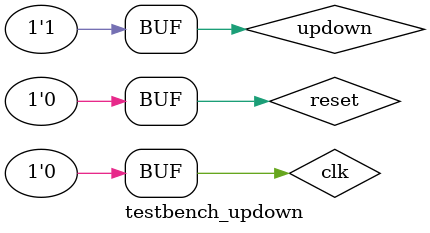
<source format=v>
module testbench_updown();
    reg clk,reset,updown;
    wire [2:0] counter;

    updown_counter fun(clk, reset, updown, counter);

    initial begin
        $dumpfile("counter.vcd");
        $dumpvars(0,testbench_updown);
    end
    initial begin
        clk=0;
        repeat(90)
         #5 clk=~clk;
    end
    initial begin
        reset=1;
        updown=0;
        #20;
        reset=0;
        #200
        updown=1;
    end
endmodule


/*module counter_testbench();
    reg clk, reset;
    wire [2:0] counter1,counter2;

    up_counter up(clk, reset, counter1);
    down_counter down(clk, reset, counter2);

    initial begin
        $dumpfile("Counter.vcd");
        $dumpvars(0,counter_testbench);
    end
    initial begin 
        clk=0;
        repeat(96) 
            #5 clk=~clk;
    end
    initial begin
        reset = 1;
        #10
        reset = 0;
    end
endmodule*/
</source>
